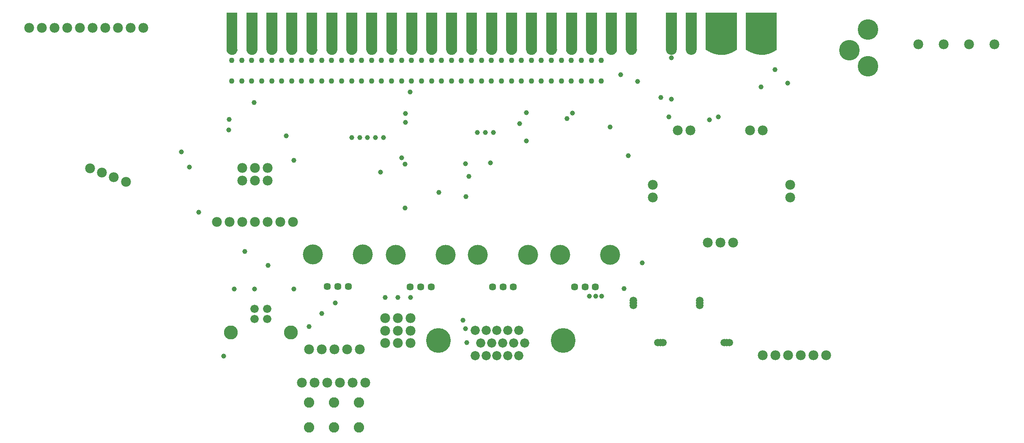
<source format=gbs>
G04 MADE WITH FRITZING*
G04 WWW.FRITZING.ORG*
G04 DOUBLE SIDED*
G04 HOLES PLATED*
G04 CONTOUR ON CENTER OF CONTOUR VECTOR*
%ASAXBY*%
%FSLAX23Y23*%
%MOIN*%
%OFA0B0*%
%SFA1.0B1.0*%
%ADD10C,0.039370*%
%ADD11C,0.078000*%
%ADD12C,0.157480*%
%ADD13C,0.057087*%
%ADD14C,0.066000*%
%ADD15C,0.110000*%
%ADD16C,0.043307*%
%ADD17C,0.086614*%
%ADD18C,0.059065*%
%ADD19C,0.162000*%
%ADD20C,0.082000*%
%ADD21C,0.195385*%
%ADD22C,0.072113*%
%ADD23C,0.000772*%
%ADD24R,0.001000X0.001000*%
%LNMASK0*%
G90*
G70*
G54D10*
X4014Y2448D03*
X6074Y2905D03*
X5157Y2779D03*
X3960Y2586D03*
X4334Y2626D03*
X4818Y2331D03*
X3562Y2169D03*
X3538Y2008D03*
X4893Y2917D03*
X5074Y2791D03*
X2181Y1279D03*
X1873Y1279D03*
X1712Y1279D03*
X1629Y748D03*
G54D11*
X2303Y803D03*
X2403Y803D03*
X2503Y803D03*
X2603Y803D03*
X2703Y803D03*
G54D10*
X2302Y980D03*
X2401Y1086D03*
X2507Y1169D03*
X5459Y2614D03*
X1979Y1464D03*
X1794Y1575D03*
G54D11*
X576Y2232D03*
X669Y2197D03*
X763Y2162D03*
X857Y2126D03*
G54D10*
X1432Y1886D03*
X1357Y2240D03*
X1294Y2362D03*
G54D12*
X2331Y1552D03*
X2725Y1552D03*
G54D13*
X2445Y1299D03*
X2528Y1299D03*
X2611Y1299D03*
G54D12*
X2985Y1549D03*
X3378Y1549D03*
G54D13*
X3099Y1296D03*
X3182Y1296D03*
X3264Y1296D03*
G54D12*
X3633Y1548D03*
X4027Y1548D03*
G54D13*
X3747Y1295D03*
X3830Y1295D03*
X3912Y1295D03*
G54D12*
X4280Y1548D03*
X4674Y1548D03*
G54D13*
X4394Y1295D03*
X4477Y1295D03*
X4559Y1295D03*
G54D11*
X2901Y949D03*
X3001Y949D03*
X3101Y949D03*
X2901Y949D03*
X3001Y949D03*
X3101Y949D03*
X3101Y1049D03*
X3001Y1049D03*
X2901Y1049D03*
G54D10*
X3515Y1031D03*
X2901Y1212D03*
X3003Y1212D03*
X3101Y1212D03*
X4562Y1220D03*
X4511Y1220D03*
X4609Y1220D03*
G54D11*
X2901Y850D03*
X3001Y850D03*
X3101Y850D03*
G54D10*
X4928Y1484D03*
X4786Y1283D03*
X3546Y854D03*
X3534Y964D03*
X2180Y2295D03*
X2121Y2488D03*
X4015Y2673D03*
X4377Y2669D03*
X4676Y2559D03*
G54D11*
X5879Y756D03*
X5979Y756D03*
X6079Y756D03*
X6179Y756D03*
X6279Y756D03*
X6379Y756D03*
X2246Y539D03*
X2346Y539D03*
X2446Y539D03*
X2546Y539D03*
X2646Y539D03*
X2746Y539D03*
G54D14*
X1972Y1121D03*
X1873Y1121D03*
X1873Y1043D03*
X1972Y1043D03*
G54D15*
X2159Y936D03*
X1685Y936D03*
G54D10*
X4759Y2972D03*
X5865Y2874D03*
G54D11*
X5208Y2531D03*
X5308Y2531D03*
X5779Y2531D03*
X5879Y2531D03*
X6094Y2100D03*
X6094Y2000D03*
X5644Y1645D03*
X5444Y1645D03*
X5544Y1645D03*
X5011Y2000D03*
X5011Y2100D03*
G54D10*
X3534Y2268D03*
X3629Y2516D03*
X3692Y2516D03*
X3755Y2516D03*
X3731Y2275D03*
X3062Y2594D03*
X3097Y2834D03*
X3062Y2665D03*
X3058Y2264D03*
X3031Y2315D03*
X2865Y2201D03*
X3326Y2043D03*
X2889Y2476D03*
X2826Y2476D03*
X2763Y2476D03*
X2700Y2476D03*
X2637Y2476D03*
X5527Y2638D03*
X5137Y2638D03*
X5157Y3106D03*
G54D16*
X1692Y2921D03*
X1771Y2921D03*
X1849Y2921D03*
X1928Y2921D03*
X2007Y2921D03*
X2086Y2921D03*
X2164Y2921D03*
X2243Y2921D03*
X2322Y2921D03*
X2401Y2921D03*
X2479Y2921D03*
X2558Y2921D03*
X2637Y2921D03*
X2716Y2921D03*
X2794Y2921D03*
X2873Y2921D03*
X2952Y2921D03*
X3031Y2921D03*
X3109Y2921D03*
X3188Y2921D03*
X3267Y2921D03*
X3346Y2921D03*
X3424Y2921D03*
X3503Y2921D03*
X3582Y2921D03*
X3660Y2921D03*
X3739Y2921D03*
X3818Y2921D03*
X3897Y2921D03*
X3975Y2921D03*
X4054Y2921D03*
X4133Y2921D03*
X4212Y2921D03*
X4290Y2921D03*
X4369Y2921D03*
X4448Y2921D03*
X4527Y2921D03*
X4605Y2921D03*
G54D17*
X5158Y3171D03*
X5315Y3171D03*
X5551Y3171D03*
X5866Y3171D03*
G54D16*
X1692Y3086D03*
X1771Y3086D03*
X1849Y3086D03*
X1928Y3086D03*
X2007Y3086D03*
X2086Y3086D03*
X2164Y3086D03*
X2243Y3086D03*
X2322Y3086D03*
X2401Y3086D03*
X2479Y3086D03*
X2558Y3086D03*
X2637Y3086D03*
X2716Y3086D03*
X2794Y3086D03*
X2873Y3086D03*
X2952Y3086D03*
X3031Y3086D03*
X3109Y3086D03*
X3188Y3086D03*
X3267Y3086D03*
X3346Y3086D03*
X3424Y3086D03*
X3503Y3086D03*
X3582Y3086D03*
X3660Y3086D03*
X3739Y3086D03*
X3818Y3086D03*
X3897Y3086D03*
X3975Y3086D03*
X4054Y3086D03*
X4133Y3086D03*
X4212Y3086D03*
X4290Y3086D03*
X4369Y3086D03*
X4448Y3086D03*
X4527Y3086D03*
X4605Y3086D03*
G54D10*
X5975Y3012D03*
G54D18*
X4857Y1189D03*
X4857Y1149D03*
X4857Y1169D03*
X5091Y854D03*
X5051Y854D03*
X5071Y854D03*
X5381Y1189D03*
X5381Y1149D03*
X5381Y1169D03*
X5614Y854D03*
X5575Y854D03*
X5595Y854D03*
G54D19*
X6708Y3039D03*
X6707Y3327D03*
X6560Y3164D03*
G54D20*
X2694Y382D03*
X2498Y382D03*
X2301Y382D03*
X2694Y186D03*
X2498Y186D03*
X2301Y186D03*
G54D11*
X7706Y3212D03*
X7506Y3212D03*
X7306Y3212D03*
X7106Y3212D03*
X996Y3342D03*
X896Y3342D03*
X796Y3342D03*
X696Y3342D03*
X596Y3342D03*
X496Y3342D03*
X396Y3342D03*
X296Y3342D03*
X196Y3342D03*
X96Y3342D03*
G54D10*
X1869Y2752D03*
X1672Y2618D03*
X1668Y2535D03*
G54D11*
X1576Y1807D03*
X1676Y1807D03*
X1776Y1807D03*
X1876Y1807D03*
X1976Y1807D03*
X2076Y1807D03*
X2176Y1807D03*
G54D21*
X3321Y873D03*
G54D22*
X3611Y753D03*
X3697Y753D03*
X3783Y753D03*
X3869Y753D03*
X3955Y753D03*
X3655Y853D03*
X3741Y853D03*
X3827Y853D03*
X3914Y853D03*
X4000Y853D03*
X3611Y953D03*
X3697Y953D03*
X3783Y953D03*
X3869Y953D03*
X3955Y953D03*
G54D21*
X4305Y873D03*
G54D11*
X1775Y2134D03*
X1875Y2134D03*
X1975Y2134D03*
X1775Y2234D03*
X1875Y2234D03*
X1975Y2234D03*
G54D10*
X3058Y1917D03*
G36*
X1650Y3169D02*
X1650Y3460D01*
X1736Y3460D01*
X1736Y3169D01*
X1650Y3169D01*
G37*
D02*
G36*
X1807Y3169D02*
X1807Y3460D01*
X1894Y3460D01*
X1894Y3169D01*
X1807Y3169D01*
G37*
D02*
G36*
X1965Y3169D02*
X1965Y3460D01*
X2051Y3460D01*
X2051Y3169D01*
X1965Y3169D01*
G37*
D02*
G36*
X2122Y3169D02*
X2122Y3460D01*
X2209Y3460D01*
X2209Y3169D01*
X2122Y3169D01*
G37*
D02*
G36*
X2280Y3169D02*
X2280Y3460D01*
X2366Y3460D01*
X2366Y3169D01*
X2280Y3169D01*
G37*
D02*
G36*
X2437Y3169D02*
X2437Y3460D01*
X2524Y3460D01*
X2524Y3169D01*
X2437Y3169D01*
G37*
D02*
G36*
X2595Y3169D02*
X2595Y3460D01*
X2681Y3460D01*
X2681Y3169D01*
X2595Y3169D01*
G37*
D02*
G36*
X2752Y3169D02*
X2752Y3460D01*
X2839Y3460D01*
X2839Y3169D01*
X2752Y3169D01*
G37*
D02*
G36*
X2910Y3169D02*
X2910Y3460D01*
X2996Y3460D01*
X2996Y3169D01*
X2910Y3169D01*
G37*
D02*
G36*
X3067Y3169D02*
X3067Y3460D01*
X3154Y3460D01*
X3154Y3169D01*
X3067Y3169D01*
G37*
D02*
G36*
X3225Y3169D02*
X3225Y3460D01*
X3311Y3460D01*
X3311Y3169D01*
X3225Y3169D01*
G37*
D02*
G36*
X3382Y3169D02*
X3382Y3460D01*
X3469Y3460D01*
X3469Y3169D01*
X3382Y3169D01*
G37*
D02*
G36*
X3540Y3169D02*
X3540Y3460D01*
X3626Y3460D01*
X3626Y3169D01*
X3540Y3169D01*
G37*
D02*
G36*
X3697Y3169D02*
X3697Y3460D01*
X3784Y3460D01*
X3784Y3169D01*
X3697Y3169D01*
G37*
D02*
G36*
X3855Y3169D02*
X3855Y3460D01*
X3941Y3460D01*
X3941Y3169D01*
X3855Y3169D01*
G37*
D02*
G36*
X4012Y3169D02*
X4012Y3460D01*
X4099Y3460D01*
X4099Y3169D01*
X4012Y3169D01*
G37*
D02*
G36*
X4170Y3169D02*
X4170Y3460D01*
X4256Y3460D01*
X4256Y3169D01*
X4170Y3169D01*
G37*
D02*
G36*
X4327Y3169D02*
X4327Y3460D01*
X4414Y3460D01*
X4414Y3169D01*
X4327Y3169D01*
G37*
D02*
G36*
X4484Y3169D02*
X4484Y3460D01*
X4571Y3460D01*
X4571Y3169D01*
X4484Y3169D01*
G37*
D02*
G36*
X4642Y3169D02*
X4642Y3460D01*
X4729Y3460D01*
X4729Y3169D01*
X4642Y3169D01*
G37*
D02*
G36*
X4799Y3169D02*
X4799Y3460D01*
X4886Y3460D01*
X4886Y3169D01*
X4799Y3169D01*
G37*
D02*
G36*
X5114Y3169D02*
X5114Y3460D01*
X5201Y3460D01*
X5201Y3169D01*
X5114Y3169D01*
G37*
D02*
G36*
X5272Y3169D02*
X5272Y3460D01*
X5358Y3460D01*
X5358Y3169D01*
X5272Y3169D01*
G37*
D02*
G36*
X5429Y3169D02*
X5429Y3460D01*
X5673Y3460D01*
X5673Y3169D01*
X5429Y3169D01*
G37*
D02*
G36*
X5744Y3169D02*
X5744Y3460D01*
X5988Y3460D01*
X5988Y3169D01*
X5744Y3169D01*
G37*
D02*
G54D23*
G36*
X1650Y3240D02*
X1736Y3240D01*
X1736Y3164D01*
X1650Y3164D01*
X1650Y3240D01*
G37*
D02*
G36*
X1807Y3240D02*
X1894Y3240D01*
X1894Y3164D01*
X1807Y3164D01*
X1807Y3240D01*
G37*
D02*
G36*
X1965Y3240D02*
X2051Y3240D01*
X2051Y3164D01*
X1965Y3164D01*
X1965Y3240D01*
G37*
D02*
G36*
X2122Y3240D02*
X2209Y3240D01*
X2209Y3164D01*
X2122Y3164D01*
X2122Y3240D01*
G37*
D02*
G36*
X2280Y3240D02*
X2366Y3240D01*
X2366Y3164D01*
X2280Y3164D01*
X2280Y3240D01*
G37*
D02*
G36*
X2437Y3240D02*
X2524Y3240D01*
X2524Y3164D01*
X2437Y3164D01*
X2437Y3240D01*
G37*
D02*
G36*
X2595Y3240D02*
X2681Y3240D01*
X2681Y3164D01*
X2595Y3164D01*
X2595Y3240D01*
G37*
D02*
G36*
X2752Y3240D02*
X2839Y3240D01*
X2839Y3164D01*
X2752Y3164D01*
X2752Y3240D01*
G37*
D02*
G36*
X2910Y3240D02*
X2996Y3240D01*
X2996Y3164D01*
X2910Y3164D01*
X2910Y3240D01*
G37*
D02*
G36*
X3067Y3240D02*
X3154Y3240D01*
X3154Y3164D01*
X3067Y3164D01*
X3067Y3240D01*
G37*
D02*
G36*
X3225Y3240D02*
X3311Y3240D01*
X3311Y3164D01*
X3225Y3164D01*
X3225Y3240D01*
G37*
D02*
G36*
X3382Y3240D02*
X3469Y3240D01*
X3469Y3164D01*
X3382Y3164D01*
X3382Y3240D01*
G37*
D02*
G36*
X3540Y3240D02*
X3626Y3240D01*
X3626Y3164D01*
X3540Y3164D01*
X3540Y3240D01*
G37*
D02*
G36*
X3697Y3240D02*
X3784Y3240D01*
X3784Y3164D01*
X3697Y3164D01*
X3697Y3240D01*
G37*
D02*
G36*
X3855Y3240D02*
X3941Y3240D01*
X3941Y3164D01*
X3855Y3164D01*
X3855Y3240D01*
G37*
D02*
G36*
X4012Y3240D02*
X4099Y3240D01*
X4099Y3164D01*
X4012Y3164D01*
X4012Y3240D01*
G37*
D02*
G36*
X4170Y3240D02*
X4256Y3240D01*
X4256Y3164D01*
X4170Y3164D01*
X4170Y3240D01*
G37*
D02*
G36*
X4327Y3240D02*
X4414Y3240D01*
X4414Y3164D01*
X4327Y3164D01*
X4327Y3240D01*
G37*
D02*
G36*
X4484Y3240D02*
X4571Y3240D01*
X4571Y3164D01*
X4484Y3164D01*
X4484Y3240D01*
G37*
D02*
G36*
X4642Y3240D02*
X4729Y3240D01*
X4729Y3164D01*
X4642Y3164D01*
X4642Y3240D01*
G37*
D02*
G36*
X4799Y3240D02*
X4886Y3240D01*
X4886Y3164D01*
X4799Y3164D01*
X4799Y3240D01*
G37*
D02*
G54D24*
X5430Y3460D02*
X5673Y3460D01*
X5745Y3460D02*
X5988Y3460D01*
X5430Y3459D02*
X5673Y3459D01*
X5745Y3459D02*
X5988Y3459D01*
X5430Y3458D02*
X5673Y3458D01*
X5745Y3458D02*
X5988Y3458D01*
X5430Y3457D02*
X5673Y3457D01*
X5745Y3457D02*
X5988Y3457D01*
X5430Y3456D02*
X5673Y3456D01*
X5745Y3456D02*
X5988Y3456D01*
X5430Y3455D02*
X5673Y3455D01*
X5745Y3455D02*
X5988Y3455D01*
X5430Y3454D02*
X5673Y3454D01*
X5745Y3454D02*
X5988Y3454D01*
X5430Y3453D02*
X5673Y3453D01*
X5745Y3453D02*
X5988Y3453D01*
X5430Y3452D02*
X5673Y3452D01*
X5745Y3452D02*
X5988Y3452D01*
X5430Y3451D02*
X5673Y3451D01*
X5745Y3451D02*
X5988Y3451D01*
X5430Y3450D02*
X5673Y3450D01*
X5745Y3450D02*
X5988Y3450D01*
X5430Y3449D02*
X5673Y3449D01*
X5745Y3449D02*
X5988Y3449D01*
X5430Y3448D02*
X5673Y3448D01*
X5745Y3448D02*
X5988Y3448D01*
X5430Y3447D02*
X5673Y3447D01*
X5745Y3447D02*
X5988Y3447D01*
X5430Y3446D02*
X5673Y3446D01*
X5745Y3446D02*
X5988Y3446D01*
X5430Y3445D02*
X5673Y3445D01*
X5745Y3445D02*
X5988Y3445D01*
X5430Y3444D02*
X5673Y3444D01*
X5745Y3444D02*
X5988Y3444D01*
X5430Y3443D02*
X5673Y3443D01*
X5745Y3443D02*
X5988Y3443D01*
X5430Y3442D02*
X5673Y3442D01*
X5745Y3442D02*
X5988Y3442D01*
X5430Y3441D02*
X5673Y3441D01*
X5745Y3441D02*
X5988Y3441D01*
X5430Y3440D02*
X5673Y3440D01*
X5745Y3440D02*
X5988Y3440D01*
X5430Y3439D02*
X5673Y3439D01*
X5745Y3439D02*
X5988Y3439D01*
X5430Y3438D02*
X5673Y3438D01*
X5745Y3438D02*
X5988Y3438D01*
X5430Y3437D02*
X5673Y3437D01*
X5745Y3437D02*
X5988Y3437D01*
X5430Y3436D02*
X5673Y3436D01*
X5745Y3436D02*
X5988Y3436D01*
X5430Y3435D02*
X5673Y3435D01*
X5745Y3435D02*
X5988Y3435D01*
X5430Y3434D02*
X5673Y3434D01*
X5745Y3434D02*
X5988Y3434D01*
X5430Y3433D02*
X5673Y3433D01*
X5745Y3433D02*
X5988Y3433D01*
X5430Y3432D02*
X5673Y3432D01*
X5745Y3432D02*
X5988Y3432D01*
X5430Y3431D02*
X5673Y3431D01*
X5745Y3431D02*
X5988Y3431D01*
X5430Y3430D02*
X5673Y3430D01*
X5745Y3430D02*
X5988Y3430D01*
X5430Y3429D02*
X5673Y3429D01*
X5745Y3429D02*
X5988Y3429D01*
X5430Y3428D02*
X5673Y3428D01*
X5745Y3428D02*
X5988Y3428D01*
X5430Y3427D02*
X5673Y3427D01*
X5745Y3427D02*
X5988Y3427D01*
X5430Y3426D02*
X5673Y3426D01*
X5745Y3426D02*
X5988Y3426D01*
X5430Y3425D02*
X5673Y3425D01*
X5745Y3425D02*
X5988Y3425D01*
X5430Y3424D02*
X5673Y3424D01*
X5745Y3424D02*
X5988Y3424D01*
X5430Y3423D02*
X5673Y3423D01*
X5745Y3423D02*
X5988Y3423D01*
X5430Y3422D02*
X5673Y3422D01*
X5745Y3422D02*
X5988Y3422D01*
X5430Y3421D02*
X5673Y3421D01*
X5745Y3421D02*
X5988Y3421D01*
X5430Y3420D02*
X5673Y3420D01*
X5745Y3420D02*
X5988Y3420D01*
X5430Y3419D02*
X5673Y3419D01*
X5745Y3419D02*
X5988Y3419D01*
X5430Y3418D02*
X5673Y3418D01*
X5745Y3418D02*
X5988Y3418D01*
X5430Y3417D02*
X5673Y3417D01*
X5745Y3417D02*
X5988Y3417D01*
X5430Y3416D02*
X5673Y3416D01*
X5745Y3416D02*
X5988Y3416D01*
X5430Y3415D02*
X5673Y3415D01*
X5745Y3415D02*
X5988Y3415D01*
X5430Y3414D02*
X5673Y3414D01*
X5745Y3414D02*
X5988Y3414D01*
X5430Y3413D02*
X5673Y3413D01*
X5745Y3413D02*
X5988Y3413D01*
X5430Y3412D02*
X5673Y3412D01*
X5745Y3412D02*
X5988Y3412D01*
X5430Y3411D02*
X5673Y3411D01*
X5745Y3411D02*
X5988Y3411D01*
X5430Y3410D02*
X5673Y3410D01*
X5745Y3410D02*
X5988Y3410D01*
X5430Y3409D02*
X5673Y3409D01*
X5745Y3409D02*
X5988Y3409D01*
X5430Y3408D02*
X5673Y3408D01*
X5745Y3408D02*
X5988Y3408D01*
X5430Y3407D02*
X5673Y3407D01*
X5745Y3407D02*
X5988Y3407D01*
X5430Y3406D02*
X5673Y3406D01*
X5745Y3406D02*
X5988Y3406D01*
X5430Y3405D02*
X5673Y3405D01*
X5745Y3405D02*
X5988Y3405D01*
X5430Y3404D02*
X5673Y3404D01*
X5745Y3404D02*
X5988Y3404D01*
X5430Y3403D02*
X5673Y3403D01*
X5745Y3403D02*
X5988Y3403D01*
X5430Y3402D02*
X5673Y3402D01*
X5745Y3402D02*
X5988Y3402D01*
X5430Y3401D02*
X5673Y3401D01*
X5745Y3401D02*
X5988Y3401D01*
X5430Y3400D02*
X5673Y3400D01*
X5745Y3400D02*
X5988Y3400D01*
X5430Y3399D02*
X5673Y3399D01*
X5745Y3399D02*
X5988Y3399D01*
X5430Y3398D02*
X5673Y3398D01*
X5745Y3398D02*
X5988Y3398D01*
X5430Y3397D02*
X5673Y3397D01*
X5745Y3397D02*
X5988Y3397D01*
X5430Y3396D02*
X5673Y3396D01*
X5745Y3396D02*
X5988Y3396D01*
X5430Y3395D02*
X5673Y3395D01*
X5745Y3395D02*
X5988Y3395D01*
X5430Y3394D02*
X5673Y3394D01*
X5745Y3394D02*
X5988Y3394D01*
X5430Y3393D02*
X5673Y3393D01*
X5745Y3393D02*
X5988Y3393D01*
X5430Y3392D02*
X5673Y3392D01*
X5745Y3392D02*
X5988Y3392D01*
X5430Y3391D02*
X5673Y3391D01*
X5745Y3391D02*
X5988Y3391D01*
X5430Y3390D02*
X5673Y3390D01*
X5745Y3390D02*
X5988Y3390D01*
X5430Y3389D02*
X5673Y3389D01*
X5745Y3389D02*
X5988Y3389D01*
X5430Y3388D02*
X5673Y3388D01*
X5745Y3388D02*
X5988Y3388D01*
X5430Y3387D02*
X5673Y3387D01*
X5745Y3387D02*
X5988Y3387D01*
X5430Y3386D02*
X5673Y3386D01*
X5745Y3386D02*
X5988Y3386D01*
X5430Y3385D02*
X5673Y3385D01*
X5745Y3385D02*
X5988Y3385D01*
X5430Y3384D02*
X5673Y3384D01*
X5745Y3384D02*
X5988Y3384D01*
X5430Y3383D02*
X5673Y3383D01*
X5745Y3383D02*
X5988Y3383D01*
X5430Y3382D02*
X5673Y3382D01*
X5745Y3382D02*
X5988Y3382D01*
X5430Y3381D02*
X5673Y3381D01*
X5745Y3381D02*
X5988Y3381D01*
X5430Y3380D02*
X5673Y3380D01*
X5745Y3380D02*
X5988Y3380D01*
X5430Y3379D02*
X5673Y3379D01*
X5745Y3379D02*
X5988Y3379D01*
X5430Y3378D02*
X5673Y3378D01*
X5745Y3378D02*
X5988Y3378D01*
X5430Y3377D02*
X5673Y3377D01*
X5745Y3377D02*
X5988Y3377D01*
X5430Y3376D02*
X5673Y3376D01*
X5745Y3376D02*
X5988Y3376D01*
X5430Y3375D02*
X5673Y3375D01*
X5745Y3375D02*
X5988Y3375D01*
X5430Y3374D02*
X5673Y3374D01*
X5745Y3374D02*
X5988Y3374D01*
X5430Y3373D02*
X5673Y3373D01*
X5745Y3373D02*
X5988Y3373D01*
X5430Y3372D02*
X5673Y3372D01*
X5745Y3372D02*
X5988Y3372D01*
X5430Y3371D02*
X5673Y3371D01*
X5745Y3371D02*
X5988Y3371D01*
X5430Y3370D02*
X5673Y3370D01*
X5745Y3370D02*
X5988Y3370D01*
X5430Y3369D02*
X5673Y3369D01*
X5745Y3369D02*
X5988Y3369D01*
X5430Y3368D02*
X5673Y3368D01*
X5745Y3368D02*
X5988Y3368D01*
X5430Y3367D02*
X5673Y3367D01*
X5745Y3367D02*
X5988Y3367D01*
X5430Y3366D02*
X5673Y3366D01*
X5745Y3366D02*
X5988Y3366D01*
X5430Y3365D02*
X5673Y3365D01*
X5745Y3365D02*
X5988Y3365D01*
X5430Y3364D02*
X5673Y3364D01*
X5745Y3364D02*
X5988Y3364D01*
X5430Y3363D02*
X5673Y3363D01*
X5745Y3363D02*
X5988Y3363D01*
X5430Y3362D02*
X5673Y3362D01*
X5745Y3362D02*
X5988Y3362D01*
X5430Y3361D02*
X5673Y3361D01*
X5745Y3361D02*
X5988Y3361D01*
X5430Y3360D02*
X5673Y3360D01*
X5745Y3360D02*
X5988Y3360D01*
X5430Y3359D02*
X5673Y3359D01*
X5745Y3359D02*
X5988Y3359D01*
X5430Y3358D02*
X5673Y3358D01*
X5745Y3358D02*
X5988Y3358D01*
X5430Y3357D02*
X5673Y3357D01*
X5745Y3357D02*
X5988Y3357D01*
X5430Y3356D02*
X5673Y3356D01*
X5745Y3356D02*
X5988Y3356D01*
X5430Y3355D02*
X5673Y3355D01*
X5745Y3355D02*
X5988Y3355D01*
X5430Y3354D02*
X5673Y3354D01*
X5745Y3354D02*
X5988Y3354D01*
X5430Y3353D02*
X5673Y3353D01*
X5745Y3353D02*
X5988Y3353D01*
X5430Y3352D02*
X5673Y3352D01*
X5745Y3352D02*
X5988Y3352D01*
X5430Y3351D02*
X5673Y3351D01*
X5745Y3351D02*
X5988Y3351D01*
X5430Y3350D02*
X5673Y3350D01*
X5745Y3350D02*
X5988Y3350D01*
X5430Y3349D02*
X5673Y3349D01*
X5745Y3349D02*
X5988Y3349D01*
X5430Y3348D02*
X5673Y3348D01*
X5745Y3348D02*
X5988Y3348D01*
X5430Y3347D02*
X5673Y3347D01*
X5745Y3347D02*
X5988Y3347D01*
X5430Y3346D02*
X5673Y3346D01*
X5745Y3346D02*
X5988Y3346D01*
X5430Y3345D02*
X5673Y3345D01*
X5745Y3345D02*
X5988Y3345D01*
X5430Y3344D02*
X5673Y3344D01*
X5745Y3344D02*
X5988Y3344D01*
X5430Y3343D02*
X5673Y3343D01*
X5745Y3343D02*
X5988Y3343D01*
X5430Y3342D02*
X5673Y3342D01*
X5745Y3342D02*
X5988Y3342D01*
X5430Y3341D02*
X5673Y3341D01*
X5745Y3341D02*
X5988Y3341D01*
X5430Y3340D02*
X5673Y3340D01*
X5745Y3340D02*
X5988Y3340D01*
X5430Y3339D02*
X5673Y3339D01*
X5745Y3339D02*
X5988Y3339D01*
X5430Y3338D02*
X5673Y3338D01*
X5745Y3338D02*
X5988Y3338D01*
X5430Y3337D02*
X5673Y3337D01*
X5745Y3337D02*
X5988Y3337D01*
X5430Y3336D02*
X5673Y3336D01*
X5745Y3336D02*
X5988Y3336D01*
X5430Y3335D02*
X5673Y3335D01*
X5745Y3335D02*
X5988Y3335D01*
X5430Y3334D02*
X5673Y3334D01*
X5745Y3334D02*
X5988Y3334D01*
X5430Y3333D02*
X5673Y3333D01*
X5745Y3333D02*
X5988Y3333D01*
X5430Y3332D02*
X5673Y3332D01*
X5745Y3332D02*
X5988Y3332D01*
X5430Y3331D02*
X5673Y3331D01*
X5745Y3331D02*
X5988Y3331D01*
X5430Y3330D02*
X5673Y3330D01*
X5745Y3330D02*
X5988Y3330D01*
X5430Y3329D02*
X5673Y3329D01*
X5745Y3329D02*
X5988Y3329D01*
X5430Y3328D02*
X5673Y3328D01*
X5745Y3328D02*
X5988Y3328D01*
X5430Y3327D02*
X5673Y3327D01*
X5745Y3327D02*
X5988Y3327D01*
X5430Y3326D02*
X5673Y3326D01*
X5745Y3326D02*
X5988Y3326D01*
X5430Y3325D02*
X5673Y3325D01*
X5745Y3325D02*
X5988Y3325D01*
X5430Y3324D02*
X5673Y3324D01*
X5745Y3324D02*
X5988Y3324D01*
X5430Y3323D02*
X5673Y3323D01*
X5745Y3323D02*
X5988Y3323D01*
X5430Y3322D02*
X5673Y3322D01*
X5745Y3322D02*
X5988Y3322D01*
X5430Y3321D02*
X5673Y3321D01*
X5745Y3321D02*
X5988Y3321D01*
X5430Y3320D02*
X5673Y3320D01*
X5745Y3320D02*
X5988Y3320D01*
X5430Y3319D02*
X5673Y3319D01*
X5745Y3319D02*
X5988Y3319D01*
X5430Y3318D02*
X5673Y3318D01*
X5745Y3318D02*
X5988Y3318D01*
X5430Y3317D02*
X5673Y3317D01*
X5745Y3317D02*
X5988Y3317D01*
X5430Y3316D02*
X5673Y3316D01*
X5745Y3316D02*
X5988Y3316D01*
X5430Y3315D02*
X5673Y3315D01*
X5745Y3315D02*
X5988Y3315D01*
X5430Y3314D02*
X5673Y3314D01*
X5745Y3314D02*
X5988Y3314D01*
X5430Y3313D02*
X5673Y3313D01*
X5745Y3313D02*
X5988Y3313D01*
X5430Y3312D02*
X5673Y3312D01*
X5745Y3312D02*
X5988Y3312D01*
X5430Y3311D02*
X5673Y3311D01*
X5745Y3311D02*
X5988Y3311D01*
X5430Y3310D02*
X5673Y3310D01*
X5745Y3310D02*
X5988Y3310D01*
X5430Y3309D02*
X5673Y3309D01*
X5745Y3309D02*
X5988Y3309D01*
X5430Y3308D02*
X5673Y3308D01*
X5745Y3308D02*
X5988Y3308D01*
X5430Y3307D02*
X5673Y3307D01*
X5745Y3307D02*
X5988Y3307D01*
X5430Y3306D02*
X5673Y3306D01*
X5745Y3306D02*
X5988Y3306D01*
X5430Y3305D02*
X5673Y3305D01*
X5745Y3305D02*
X5988Y3305D01*
X5430Y3304D02*
X5673Y3304D01*
X5745Y3304D02*
X5988Y3304D01*
X5430Y3303D02*
X5673Y3303D01*
X5745Y3303D02*
X5988Y3303D01*
X5430Y3302D02*
X5673Y3302D01*
X5745Y3302D02*
X5988Y3302D01*
X5430Y3301D02*
X5673Y3301D01*
X5745Y3301D02*
X5988Y3301D01*
X5430Y3300D02*
X5673Y3300D01*
X5745Y3300D02*
X5988Y3300D01*
X5430Y3299D02*
X5673Y3299D01*
X5745Y3299D02*
X5988Y3299D01*
X5430Y3298D02*
X5673Y3298D01*
X5745Y3298D02*
X5988Y3298D01*
X5430Y3297D02*
X5673Y3297D01*
X5745Y3297D02*
X5988Y3297D01*
X5430Y3296D02*
X5673Y3296D01*
X5745Y3296D02*
X5988Y3296D01*
X5430Y3295D02*
X5673Y3295D01*
X5745Y3295D02*
X5988Y3295D01*
X5430Y3294D02*
X5673Y3294D01*
X5745Y3294D02*
X5988Y3294D01*
X5430Y3293D02*
X5673Y3293D01*
X5745Y3293D02*
X5988Y3293D01*
X5430Y3292D02*
X5673Y3292D01*
X5745Y3292D02*
X5988Y3292D01*
X5430Y3291D02*
X5673Y3291D01*
X5745Y3291D02*
X5988Y3291D01*
X5430Y3290D02*
X5673Y3290D01*
X5745Y3290D02*
X5988Y3290D01*
X5430Y3289D02*
X5673Y3289D01*
X5745Y3289D02*
X5988Y3289D01*
X5430Y3288D02*
X5673Y3288D01*
X5745Y3288D02*
X5988Y3288D01*
X5430Y3287D02*
X5673Y3287D01*
X5745Y3287D02*
X5988Y3287D01*
X5430Y3286D02*
X5673Y3286D01*
X5745Y3286D02*
X5988Y3286D01*
X5430Y3285D02*
X5673Y3285D01*
X5745Y3285D02*
X5988Y3285D01*
X5430Y3284D02*
X5673Y3284D01*
X5745Y3284D02*
X5988Y3284D01*
X5430Y3283D02*
X5673Y3283D01*
X5745Y3283D02*
X5988Y3283D01*
X5430Y3282D02*
X5673Y3282D01*
X5745Y3282D02*
X5988Y3282D01*
X5430Y3281D02*
X5673Y3281D01*
X5745Y3281D02*
X5988Y3281D01*
X5430Y3280D02*
X5673Y3280D01*
X5745Y3280D02*
X5988Y3280D01*
X5430Y3279D02*
X5673Y3279D01*
X5745Y3279D02*
X5988Y3279D01*
X5430Y3278D02*
X5673Y3278D01*
X5745Y3278D02*
X5988Y3278D01*
X5430Y3277D02*
X5673Y3277D01*
X5745Y3277D02*
X5988Y3277D01*
X5430Y3276D02*
X5673Y3276D01*
X5745Y3276D02*
X5988Y3276D01*
X5430Y3275D02*
X5673Y3275D01*
X5745Y3275D02*
X5988Y3275D01*
X5430Y3274D02*
X5673Y3274D01*
X5745Y3274D02*
X5988Y3274D01*
X5430Y3273D02*
X5673Y3273D01*
X5745Y3273D02*
X5988Y3273D01*
X5430Y3272D02*
X5673Y3272D01*
X5745Y3272D02*
X5988Y3272D01*
X5430Y3271D02*
X5673Y3271D01*
X5745Y3271D02*
X5988Y3271D01*
X5430Y3270D02*
X5673Y3270D01*
X5745Y3270D02*
X5988Y3270D01*
X5430Y3269D02*
X5673Y3269D01*
X5745Y3269D02*
X5988Y3269D01*
X5430Y3268D02*
X5673Y3268D01*
X5745Y3268D02*
X5988Y3268D01*
X5430Y3267D02*
X5673Y3267D01*
X5745Y3267D02*
X5988Y3267D01*
X5430Y3266D02*
X5673Y3266D01*
X5745Y3266D02*
X5988Y3266D01*
X5430Y3265D02*
X5673Y3265D01*
X5745Y3265D02*
X5988Y3265D01*
X5430Y3264D02*
X5673Y3264D01*
X5745Y3264D02*
X5988Y3264D01*
X5430Y3263D02*
X5673Y3263D01*
X5745Y3263D02*
X5988Y3263D01*
X5430Y3262D02*
X5673Y3262D01*
X5745Y3262D02*
X5988Y3262D01*
X5430Y3261D02*
X5673Y3261D01*
X5745Y3261D02*
X5988Y3261D01*
X5430Y3260D02*
X5673Y3260D01*
X5745Y3260D02*
X5988Y3260D01*
X5430Y3259D02*
X5673Y3259D01*
X5745Y3259D02*
X5988Y3259D01*
X5430Y3258D02*
X5673Y3258D01*
X5745Y3258D02*
X5988Y3258D01*
X5430Y3257D02*
X5673Y3257D01*
X5745Y3257D02*
X5988Y3257D01*
X5430Y3256D02*
X5673Y3256D01*
X5745Y3256D02*
X5988Y3256D01*
X5430Y3255D02*
X5673Y3255D01*
X5745Y3255D02*
X5988Y3255D01*
X5430Y3254D02*
X5673Y3254D01*
X5745Y3254D02*
X5988Y3254D01*
X5430Y3253D02*
X5673Y3253D01*
X5745Y3253D02*
X5988Y3253D01*
X5430Y3252D02*
X5673Y3252D01*
X5745Y3252D02*
X5988Y3252D01*
X5430Y3251D02*
X5673Y3251D01*
X5745Y3251D02*
X5988Y3251D01*
X5430Y3250D02*
X5673Y3250D01*
X5745Y3250D02*
X5988Y3250D01*
X5430Y3249D02*
X5673Y3249D01*
X5745Y3249D02*
X5988Y3249D01*
X5430Y3248D02*
X5673Y3248D01*
X5745Y3248D02*
X5988Y3248D01*
X5430Y3247D02*
X5673Y3247D01*
X5745Y3247D02*
X5988Y3247D01*
X5430Y3246D02*
X5673Y3246D01*
X5745Y3246D02*
X5988Y3246D01*
X5430Y3245D02*
X5673Y3245D01*
X5745Y3245D02*
X5988Y3245D01*
X5430Y3244D02*
X5673Y3244D01*
X5745Y3244D02*
X5988Y3244D01*
X5430Y3243D02*
X5673Y3243D01*
X5745Y3243D02*
X5988Y3243D01*
X5430Y3242D02*
X5673Y3242D01*
X5745Y3242D02*
X5988Y3242D01*
X5430Y3241D02*
X5673Y3241D01*
X5745Y3241D02*
X5988Y3241D01*
X5430Y3240D02*
X5673Y3240D01*
X5745Y3240D02*
X5988Y3240D01*
X5430Y3239D02*
X5673Y3239D01*
X5745Y3239D02*
X5988Y3239D01*
X5430Y3238D02*
X5673Y3238D01*
X5745Y3238D02*
X5988Y3238D01*
X5430Y3237D02*
X5673Y3237D01*
X5745Y3237D02*
X5988Y3237D01*
X5430Y3236D02*
X5673Y3236D01*
X5745Y3236D02*
X5988Y3236D01*
X5430Y3235D02*
X5673Y3235D01*
X5745Y3235D02*
X5988Y3235D01*
X5430Y3234D02*
X5673Y3234D01*
X5745Y3234D02*
X5988Y3234D01*
X5430Y3233D02*
X5673Y3233D01*
X5745Y3233D02*
X5988Y3233D01*
X5430Y3232D02*
X5673Y3232D01*
X5745Y3232D02*
X5988Y3232D01*
X5430Y3231D02*
X5673Y3231D01*
X5745Y3231D02*
X5988Y3231D01*
X5430Y3230D02*
X5673Y3230D01*
X5745Y3230D02*
X5988Y3230D01*
X5430Y3229D02*
X5673Y3229D01*
X5745Y3229D02*
X5988Y3229D01*
X5430Y3228D02*
X5673Y3228D01*
X5745Y3228D02*
X5988Y3228D01*
X5430Y3227D02*
X5673Y3227D01*
X5745Y3227D02*
X5988Y3227D01*
X5430Y3226D02*
X5673Y3226D01*
X5745Y3226D02*
X5988Y3226D01*
X5430Y3225D02*
X5673Y3225D01*
X5745Y3225D02*
X5988Y3225D01*
X5430Y3224D02*
X5673Y3224D01*
X5745Y3224D02*
X5988Y3224D01*
X5430Y3223D02*
X5673Y3223D01*
X5745Y3223D02*
X5988Y3223D01*
X5430Y3222D02*
X5673Y3222D01*
X5745Y3222D02*
X5988Y3222D01*
X5430Y3221D02*
X5673Y3221D01*
X5745Y3221D02*
X5988Y3221D01*
X5430Y3220D02*
X5673Y3220D01*
X5745Y3220D02*
X5988Y3220D01*
X5430Y3219D02*
X5673Y3219D01*
X5745Y3219D02*
X5988Y3219D01*
X5430Y3218D02*
X5673Y3218D01*
X5745Y3218D02*
X5988Y3218D01*
X5430Y3217D02*
X5673Y3217D01*
X5745Y3217D02*
X5988Y3217D01*
X5430Y3216D02*
X5673Y3216D01*
X5745Y3216D02*
X5988Y3216D01*
X5430Y3215D02*
X5673Y3215D01*
X5745Y3215D02*
X5988Y3215D01*
X5430Y3214D02*
X5673Y3214D01*
X5745Y3214D02*
X5988Y3214D01*
X5430Y3213D02*
X5673Y3213D01*
X5745Y3213D02*
X5988Y3213D01*
X5430Y3212D02*
X5673Y3212D01*
X5745Y3212D02*
X5988Y3212D01*
X5430Y3211D02*
X5673Y3211D01*
X5745Y3211D02*
X5988Y3211D01*
X5430Y3210D02*
X5673Y3210D01*
X5745Y3210D02*
X5988Y3210D01*
X5430Y3209D02*
X5673Y3209D01*
X5745Y3209D02*
X5988Y3209D01*
X5430Y3208D02*
X5673Y3208D01*
X5745Y3208D02*
X5988Y3208D01*
X5430Y3207D02*
X5673Y3207D01*
X5745Y3207D02*
X5988Y3207D01*
X5430Y3206D02*
X5673Y3206D01*
X5745Y3206D02*
X5988Y3206D01*
X5430Y3205D02*
X5673Y3205D01*
X5745Y3205D02*
X5988Y3205D01*
X5430Y3204D02*
X5673Y3204D01*
X5745Y3204D02*
X5988Y3204D01*
X5430Y3203D02*
X5673Y3203D01*
X5745Y3203D02*
X5988Y3203D01*
X5430Y3202D02*
X5673Y3202D01*
X5745Y3202D02*
X5988Y3202D01*
X5430Y3201D02*
X5673Y3201D01*
X5745Y3201D02*
X5988Y3201D01*
X5430Y3200D02*
X5673Y3200D01*
X5745Y3200D02*
X5988Y3200D01*
X5430Y3199D02*
X5673Y3199D01*
X5745Y3199D02*
X5988Y3199D01*
X5430Y3198D02*
X5673Y3198D01*
X5745Y3198D02*
X5988Y3198D01*
X5430Y3197D02*
X5673Y3197D01*
X5745Y3197D02*
X5988Y3197D01*
X5430Y3196D02*
X5673Y3196D01*
X5745Y3196D02*
X5988Y3196D01*
X5430Y3195D02*
X5673Y3195D01*
X5745Y3195D02*
X5988Y3195D01*
X5430Y3194D02*
X5673Y3194D01*
X5745Y3194D02*
X5988Y3194D01*
X5430Y3193D02*
X5673Y3193D01*
X5745Y3193D02*
X5988Y3193D01*
X5430Y3192D02*
X5673Y3192D01*
X5745Y3192D02*
X5988Y3192D01*
X5430Y3191D02*
X5673Y3191D01*
X5745Y3191D02*
X5988Y3191D01*
X5430Y3190D02*
X5673Y3190D01*
X5745Y3190D02*
X5988Y3190D01*
X5430Y3189D02*
X5673Y3189D01*
X5745Y3189D02*
X5988Y3189D01*
X5430Y3188D02*
X5673Y3188D01*
X5745Y3188D02*
X5988Y3188D01*
X5430Y3187D02*
X5673Y3187D01*
X5745Y3187D02*
X5988Y3187D01*
X5430Y3186D02*
X5673Y3186D01*
X5745Y3186D02*
X5988Y3186D01*
X5430Y3185D02*
X5673Y3185D01*
X5745Y3185D02*
X5988Y3185D01*
X5430Y3184D02*
X5673Y3184D01*
X5745Y3184D02*
X5988Y3184D01*
X5430Y3183D02*
X5673Y3183D01*
X5745Y3183D02*
X5988Y3183D01*
X5430Y3182D02*
X5673Y3182D01*
X5745Y3182D02*
X5988Y3182D01*
X5430Y3181D02*
X5673Y3181D01*
X5745Y3181D02*
X5988Y3181D01*
X5430Y3180D02*
X5673Y3180D01*
X5745Y3180D02*
X5988Y3180D01*
X5430Y3179D02*
X5673Y3179D01*
X5745Y3179D02*
X5988Y3179D01*
X5430Y3178D02*
X5673Y3178D01*
X5745Y3178D02*
X5988Y3178D01*
X5430Y3177D02*
X5673Y3177D01*
X5745Y3177D02*
X5988Y3177D01*
X5430Y3176D02*
X5673Y3176D01*
X5745Y3176D02*
X5988Y3176D01*
X5430Y3175D02*
X5673Y3175D01*
X5745Y3175D02*
X5988Y3175D01*
X5430Y3174D02*
X5673Y3174D01*
X5745Y3174D02*
X5988Y3174D01*
X5430Y3173D02*
X5673Y3173D01*
X5745Y3173D02*
X5988Y3173D01*
X5430Y3172D02*
X5673Y3172D01*
X5745Y3172D02*
X5988Y3172D01*
X1651Y3171D02*
X1736Y3171D01*
X1809Y3171D02*
X1894Y3171D01*
X1966Y3171D02*
X2051Y3171D01*
X2124Y3171D02*
X2209Y3171D01*
X2281Y3171D02*
X2366Y3171D01*
X2439Y3171D02*
X2524Y3171D01*
X2596Y3171D02*
X2681Y3171D01*
X2753Y3171D02*
X2839Y3171D01*
X2911Y3171D02*
X2996Y3171D01*
X3068Y3171D02*
X3153Y3171D01*
X3226Y3171D02*
X3311Y3171D01*
X3383Y3171D02*
X3468Y3171D01*
X3541Y3171D02*
X3626Y3171D01*
X3698Y3171D02*
X3783Y3171D01*
X3856Y3171D02*
X3941Y3171D01*
X4013Y3171D02*
X4098Y3171D01*
X4171Y3171D02*
X4256Y3171D01*
X4328Y3171D02*
X4413Y3171D01*
X4486Y3171D02*
X4571Y3171D01*
X4643Y3171D02*
X4728Y3171D01*
X4801Y3171D02*
X4886Y3171D01*
X5430Y3171D02*
X5673Y3171D01*
X5745Y3171D02*
X5988Y3171D01*
X1651Y3170D02*
X1736Y3170D01*
X1808Y3170D02*
X1894Y3170D01*
X1966Y3170D02*
X2051Y3170D01*
X2123Y3170D02*
X2209Y3170D01*
X2281Y3170D02*
X2366Y3170D01*
X2438Y3170D02*
X2524Y3170D01*
X2596Y3170D02*
X2681Y3170D01*
X2753Y3170D02*
X2839Y3170D01*
X2911Y3170D02*
X2996Y3170D01*
X3068Y3170D02*
X3154Y3170D01*
X3226Y3170D02*
X3311Y3170D01*
X3383Y3170D02*
X3469Y3170D01*
X3541Y3170D02*
X3626Y3170D01*
X3698Y3170D02*
X3784Y3170D01*
X3856Y3170D02*
X3941Y3170D01*
X4013Y3170D02*
X4099Y3170D01*
X4171Y3170D02*
X4256Y3170D01*
X4328Y3170D02*
X4414Y3170D01*
X4486Y3170D02*
X4571Y3170D01*
X4643Y3170D02*
X4728Y3170D01*
X4800Y3170D02*
X4886Y3170D01*
X5430Y3170D02*
X5673Y3170D01*
X5745Y3170D02*
X5988Y3170D01*
X1651Y3169D02*
X1736Y3169D01*
X1808Y3169D02*
X1894Y3169D01*
X1966Y3169D02*
X2051Y3169D01*
X2123Y3169D02*
X2209Y3169D01*
X2281Y3169D02*
X2366Y3169D01*
X2438Y3169D02*
X2524Y3169D01*
X2596Y3169D02*
X2681Y3169D01*
X2753Y3169D02*
X2839Y3169D01*
X2911Y3169D02*
X2996Y3169D01*
X3068Y3169D02*
X3154Y3169D01*
X3226Y3169D02*
X3311Y3169D01*
X3383Y3169D02*
X3469Y3169D01*
X3541Y3169D02*
X3626Y3169D01*
X3698Y3169D02*
X3784Y3169D01*
X3856Y3169D02*
X3941Y3169D01*
X4013Y3169D02*
X4099Y3169D01*
X4171Y3169D02*
X4256Y3169D01*
X4328Y3169D02*
X4413Y3169D01*
X4486Y3169D02*
X4571Y3169D01*
X4643Y3169D02*
X4728Y3169D01*
X4801Y3169D02*
X4886Y3169D01*
X5431Y3169D02*
X5673Y3169D01*
X5746Y3169D02*
X5988Y3169D01*
X1651Y3168D02*
X1736Y3168D01*
X1808Y3168D02*
X1894Y3168D01*
X1966Y3168D02*
X2051Y3168D01*
X2123Y3168D02*
X2209Y3168D01*
X2281Y3168D02*
X2366Y3168D01*
X2438Y3168D02*
X2524Y3168D01*
X2596Y3168D02*
X2681Y3168D01*
X2753Y3168D02*
X2839Y3168D01*
X2911Y3168D02*
X2996Y3168D01*
X3068Y3168D02*
X3154Y3168D01*
X3226Y3168D02*
X3311Y3168D01*
X3383Y3168D02*
X3469Y3168D01*
X3541Y3168D02*
X3626Y3168D01*
X3698Y3168D02*
X3784Y3168D01*
X3856Y3168D02*
X3941Y3168D01*
X4013Y3168D02*
X4098Y3168D01*
X4171Y3168D02*
X4256Y3168D01*
X4328Y3168D02*
X4413Y3168D01*
X4486Y3168D02*
X4571Y3168D01*
X4643Y3168D02*
X4728Y3168D01*
X4801Y3168D02*
X4886Y3168D01*
X5432Y3168D02*
X5672Y3168D01*
X5747Y3168D02*
X5987Y3168D01*
X1651Y3167D02*
X1736Y3167D01*
X1809Y3167D02*
X1894Y3167D01*
X1966Y3167D02*
X2051Y3167D01*
X2123Y3167D02*
X2209Y3167D01*
X2281Y3167D02*
X2366Y3167D01*
X2438Y3167D02*
X2524Y3167D01*
X2596Y3167D02*
X2681Y3167D01*
X2753Y3167D02*
X2839Y3167D01*
X2911Y3167D02*
X2996Y3167D01*
X3068Y3167D02*
X3154Y3167D01*
X3226Y3167D02*
X3311Y3167D01*
X3383Y3167D02*
X3469Y3167D01*
X3541Y3167D02*
X3626Y3167D01*
X3698Y3167D02*
X3783Y3167D01*
X3856Y3167D02*
X3941Y3167D01*
X4013Y3167D02*
X4098Y3167D01*
X4171Y3167D02*
X4256Y3167D01*
X4328Y3167D02*
X4413Y3167D01*
X4486Y3167D02*
X4571Y3167D01*
X4643Y3167D02*
X4728Y3167D01*
X4801Y3167D02*
X4886Y3167D01*
X5433Y3167D02*
X5670Y3167D01*
X5749Y3167D02*
X5986Y3167D01*
X1651Y3166D02*
X1736Y3166D01*
X1809Y3166D02*
X1894Y3166D01*
X1966Y3166D02*
X2051Y3166D01*
X2124Y3166D02*
X2209Y3166D01*
X2281Y3166D02*
X2366Y3166D01*
X2439Y3166D02*
X2524Y3166D01*
X2596Y3166D02*
X2681Y3166D01*
X2754Y3166D02*
X2838Y3166D01*
X2911Y3166D02*
X2996Y3166D01*
X3068Y3166D02*
X3153Y3166D01*
X3226Y3166D02*
X3311Y3166D01*
X3383Y3166D02*
X3468Y3166D01*
X3541Y3166D02*
X3626Y3166D01*
X3698Y3166D02*
X3783Y3166D01*
X3856Y3166D02*
X3941Y3166D01*
X4013Y3166D02*
X4098Y3166D01*
X4171Y3166D02*
X4256Y3166D01*
X4328Y3166D02*
X4413Y3166D01*
X4486Y3166D02*
X4571Y3166D01*
X4643Y3166D02*
X4728Y3166D01*
X4801Y3166D02*
X4886Y3166D01*
X5435Y3166D02*
X5669Y3166D01*
X5750Y3166D02*
X5984Y3166D01*
X1651Y3165D02*
X1736Y3165D01*
X1809Y3165D02*
X1893Y3165D01*
X1966Y3165D02*
X2051Y3165D01*
X2124Y3165D02*
X2208Y3165D01*
X2281Y3165D02*
X2366Y3165D01*
X2439Y3165D02*
X2523Y3165D01*
X2596Y3165D02*
X2681Y3165D01*
X2754Y3165D02*
X2838Y3165D01*
X2911Y3165D02*
X2996Y3165D01*
X3069Y3165D02*
X3153Y3165D01*
X3226Y3165D02*
X3311Y3165D01*
X3384Y3165D02*
X3468Y3165D01*
X3541Y3165D02*
X3626Y3165D01*
X3699Y3165D02*
X3783Y3165D01*
X3856Y3165D02*
X3941Y3165D01*
X4014Y3165D02*
X4098Y3165D01*
X4171Y3165D02*
X4256Y3165D01*
X4328Y3165D02*
X4413Y3165D01*
X4486Y3165D02*
X4571Y3165D01*
X4643Y3165D02*
X4728Y3165D01*
X4801Y3165D02*
X4886Y3165D01*
X5437Y3165D02*
X5667Y3165D01*
X5752Y3165D02*
X5983Y3165D01*
X1651Y3164D02*
X1736Y3164D01*
X1809Y3164D02*
X1893Y3164D01*
X1966Y3164D02*
X2051Y3164D01*
X2124Y3164D02*
X2208Y3164D01*
X2281Y3164D02*
X2366Y3164D01*
X2439Y3164D02*
X2523Y3164D01*
X2596Y3164D02*
X2681Y3164D01*
X2754Y3164D02*
X2838Y3164D01*
X2911Y3164D02*
X2996Y3164D01*
X3069Y3164D02*
X3153Y3164D01*
X3226Y3164D02*
X3311Y3164D01*
X3384Y3164D02*
X3468Y3164D01*
X3541Y3164D02*
X3626Y3164D01*
X3699Y3164D02*
X3783Y3164D01*
X3856Y3164D02*
X3941Y3164D01*
X4014Y3164D02*
X4098Y3164D01*
X4171Y3164D02*
X4255Y3164D01*
X4329Y3164D02*
X4413Y3164D01*
X4486Y3164D02*
X4570Y3164D01*
X4644Y3164D02*
X4728Y3164D01*
X4801Y3164D02*
X4885Y3164D01*
X5438Y3164D02*
X5666Y3164D01*
X5754Y3164D02*
X5981Y3164D01*
X1652Y3163D02*
X1736Y3163D01*
X1809Y3163D02*
X1893Y3163D01*
X1967Y3163D02*
X2051Y3163D01*
X2124Y3163D02*
X2208Y3163D01*
X2282Y3163D02*
X2366Y3163D01*
X2439Y3163D02*
X2523Y3163D01*
X2596Y3163D02*
X2681Y3163D01*
X2754Y3163D02*
X2838Y3163D01*
X2911Y3163D02*
X2995Y3163D01*
X3069Y3163D02*
X3153Y3163D01*
X3226Y3163D02*
X3310Y3163D01*
X3384Y3163D02*
X3468Y3163D01*
X3541Y3163D02*
X3625Y3163D01*
X3699Y3163D02*
X3783Y3163D01*
X3856Y3163D02*
X3940Y3163D01*
X4014Y3163D02*
X4098Y3163D01*
X4171Y3163D02*
X4255Y3163D01*
X4329Y3163D02*
X4413Y3163D01*
X4486Y3163D02*
X4570Y3163D01*
X4644Y3163D02*
X4728Y3163D01*
X4801Y3163D02*
X4885Y3163D01*
X5440Y3163D02*
X5664Y3163D01*
X5756Y3163D02*
X5980Y3163D01*
X1652Y3162D02*
X1735Y3162D01*
X1809Y3162D02*
X1893Y3162D01*
X1967Y3162D02*
X2050Y3162D01*
X2124Y3162D02*
X2208Y3162D01*
X2282Y3162D02*
X2365Y3162D01*
X2439Y3162D02*
X2523Y3162D01*
X2597Y3162D02*
X2680Y3162D01*
X2754Y3162D02*
X2838Y3162D01*
X2912Y3162D02*
X2995Y3162D01*
X3069Y3162D02*
X3153Y3162D01*
X3227Y3162D02*
X3310Y3162D01*
X3384Y3162D02*
X3468Y3162D01*
X3542Y3162D02*
X3625Y3162D01*
X3699Y3162D02*
X3783Y3162D01*
X3857Y3162D02*
X3940Y3162D01*
X4014Y3162D02*
X4098Y3162D01*
X4171Y3162D02*
X4255Y3162D01*
X4329Y3162D02*
X4413Y3162D01*
X4486Y3162D02*
X4570Y3162D01*
X4644Y3162D02*
X4728Y3162D01*
X4801Y3162D02*
X4885Y3162D01*
X5441Y3162D02*
X5663Y3162D01*
X5757Y3162D02*
X5978Y3162D01*
X1652Y3161D02*
X1735Y3161D01*
X1810Y3161D02*
X1893Y3161D01*
X1967Y3161D02*
X2050Y3161D01*
X2125Y3161D02*
X2208Y3161D01*
X2282Y3161D02*
X2365Y3161D01*
X2439Y3161D02*
X2523Y3161D01*
X2597Y3161D02*
X2680Y3161D01*
X2754Y3161D02*
X2838Y3161D01*
X2912Y3161D02*
X2995Y3161D01*
X3069Y3161D02*
X3153Y3161D01*
X3227Y3161D02*
X3310Y3161D01*
X3384Y3161D02*
X3467Y3161D01*
X3542Y3161D02*
X3625Y3161D01*
X3699Y3161D02*
X3782Y3161D01*
X3857Y3161D02*
X3940Y3161D01*
X4014Y3161D02*
X4097Y3161D01*
X4172Y3161D02*
X4255Y3161D01*
X4329Y3161D02*
X4412Y3161D01*
X4487Y3161D02*
X4570Y3161D01*
X4644Y3161D02*
X4727Y3161D01*
X4802Y3161D02*
X4885Y3161D01*
X5443Y3161D02*
X5661Y3161D01*
X5759Y3161D02*
X5977Y3161D01*
X1652Y3160D02*
X1735Y3160D01*
X1810Y3160D02*
X1892Y3160D01*
X1967Y3160D02*
X2050Y3160D01*
X2125Y3160D02*
X2207Y3160D01*
X2282Y3160D02*
X2365Y3160D01*
X2440Y3160D02*
X2522Y3160D01*
X2597Y3160D02*
X2680Y3160D01*
X2755Y3160D02*
X2837Y3160D01*
X2912Y3160D02*
X2995Y3160D01*
X3070Y3160D02*
X3152Y3160D01*
X3227Y3160D02*
X3310Y3160D01*
X3385Y3160D02*
X3467Y3160D01*
X3542Y3160D02*
X3625Y3160D01*
X3700Y3160D02*
X3782Y3160D01*
X3857Y3160D02*
X3940Y3160D01*
X4015Y3160D02*
X4097Y3160D01*
X4172Y3160D02*
X4255Y3160D01*
X4329Y3160D02*
X4412Y3160D01*
X4487Y3160D02*
X4570Y3160D01*
X4644Y3160D02*
X4727Y3160D01*
X4802Y3160D02*
X4885Y3160D01*
X5445Y3160D02*
X5660Y3160D01*
X5761Y3160D02*
X5975Y3160D01*
X1653Y3159D02*
X1735Y3159D01*
X1810Y3159D02*
X1892Y3159D01*
X1968Y3159D02*
X2050Y3159D01*
X2125Y3159D02*
X2207Y3159D01*
X2282Y3159D02*
X2365Y3159D01*
X2440Y3159D02*
X2522Y3159D01*
X2597Y3159D02*
X2680Y3159D01*
X2755Y3159D02*
X2837Y3159D01*
X2912Y3159D02*
X2995Y3159D01*
X3070Y3159D02*
X3152Y3159D01*
X3227Y3159D02*
X3309Y3159D01*
X3385Y3159D02*
X3467Y3159D01*
X3542Y3159D02*
X3624Y3159D01*
X3700Y3159D02*
X3782Y3159D01*
X3857Y3159D02*
X3939Y3159D01*
X4015Y3159D02*
X4097Y3159D01*
X4172Y3159D02*
X4254Y3159D01*
X4330Y3159D02*
X4412Y3159D01*
X4487Y3159D02*
X4569Y3159D01*
X4645Y3159D02*
X4727Y3159D01*
X4802Y3159D02*
X4884Y3159D01*
X5446Y3159D02*
X5658Y3159D01*
X5763Y3159D02*
X5974Y3159D01*
X1653Y3158D02*
X1734Y3158D01*
X1810Y3158D02*
X1892Y3158D01*
X1968Y3158D02*
X2049Y3158D01*
X2125Y3158D02*
X2207Y3158D01*
X2283Y3158D02*
X2364Y3158D01*
X2440Y3158D02*
X2522Y3158D01*
X2598Y3158D02*
X2679Y3158D01*
X2755Y3158D02*
X2837Y3158D01*
X2913Y3158D02*
X2994Y3158D01*
X3070Y3158D02*
X3152Y3158D01*
X3228Y3158D02*
X3309Y3158D01*
X3385Y3158D02*
X3467Y3158D01*
X3543Y3158D02*
X3624Y3158D01*
X3700Y3158D02*
X3782Y3158D01*
X3858Y3158D02*
X3939Y3158D01*
X4015Y3158D02*
X4097Y3158D01*
X4173Y3158D02*
X4254Y3158D01*
X4330Y3158D02*
X4412Y3158D01*
X4488Y3158D02*
X4569Y3158D01*
X4645Y3158D02*
X4726Y3158D01*
X4802Y3158D02*
X4884Y3158D01*
X5448Y3158D02*
X5656Y3158D01*
X5764Y3158D02*
X5972Y3158D01*
X1653Y3157D02*
X1734Y3157D01*
X1811Y3157D02*
X1892Y3157D01*
X1968Y3157D02*
X2049Y3157D01*
X2126Y3157D02*
X2206Y3157D01*
X2283Y3157D02*
X2364Y3157D01*
X2441Y3157D02*
X2521Y3157D01*
X2598Y3157D02*
X2679Y3157D01*
X2756Y3157D02*
X2836Y3157D01*
X2913Y3157D02*
X2994Y3157D01*
X3071Y3157D02*
X3151Y3157D01*
X3228Y3157D02*
X3309Y3157D01*
X3386Y3157D02*
X3466Y3157D01*
X3543Y3157D02*
X3624Y3157D01*
X3700Y3157D02*
X3781Y3157D01*
X3858Y3157D02*
X3939Y3157D01*
X4015Y3157D02*
X4096Y3157D01*
X4173Y3157D02*
X4254Y3157D01*
X4330Y3157D02*
X4411Y3157D01*
X4488Y3157D02*
X4569Y3157D01*
X4645Y3157D02*
X4726Y3157D01*
X4803Y3157D02*
X4884Y3157D01*
X5450Y3157D02*
X5655Y3157D01*
X5766Y3157D02*
X5970Y3157D01*
X1654Y3156D02*
X1734Y3156D01*
X1811Y3156D02*
X1891Y3156D01*
X1969Y3156D02*
X2049Y3156D01*
X2126Y3156D02*
X2206Y3156D01*
X2284Y3156D02*
X2364Y3156D01*
X2441Y3156D02*
X2521Y3156D01*
X2598Y3156D02*
X2679Y3156D01*
X2756Y3156D02*
X2836Y3156D01*
X2913Y3156D02*
X2993Y3156D01*
X3071Y3156D02*
X3151Y3156D01*
X3228Y3156D02*
X3308Y3156D01*
X3386Y3156D02*
X3466Y3156D01*
X3543Y3156D02*
X3623Y3156D01*
X3701Y3156D02*
X3781Y3156D01*
X3858Y3156D02*
X3938Y3156D01*
X4016Y3156D02*
X4096Y3156D01*
X4173Y3156D02*
X4253Y3156D01*
X4331Y3156D02*
X4411Y3156D01*
X4488Y3156D02*
X4568Y3156D01*
X4646Y3156D02*
X4726Y3156D01*
X4803Y3156D02*
X4883Y3156D01*
X5452Y3156D02*
X5653Y3156D01*
X5768Y3156D02*
X5968Y3156D01*
X1654Y3155D02*
X1733Y3155D01*
X1811Y3155D02*
X1891Y3155D01*
X1969Y3155D02*
X2048Y3155D01*
X2126Y3155D02*
X2206Y3155D01*
X2284Y3155D02*
X2363Y3155D01*
X2441Y3155D02*
X2521Y3155D01*
X2599Y3155D02*
X2678Y3155D01*
X2756Y3155D02*
X2836Y3155D01*
X2914Y3155D02*
X2993Y3155D01*
X3071Y3155D02*
X3151Y3155D01*
X3229Y3155D02*
X3308Y3155D01*
X3386Y3155D02*
X3466Y3155D01*
X3544Y3155D02*
X3623Y3155D01*
X3701Y3155D02*
X3781Y3155D01*
X3859Y3155D02*
X3938Y3155D01*
X4016Y3155D02*
X4095Y3155D01*
X4174Y3155D02*
X4253Y3155D01*
X4331Y3155D02*
X4410Y3155D01*
X4489Y3155D02*
X4568Y3155D01*
X4646Y3155D02*
X4725Y3155D01*
X4804Y3155D02*
X4883Y3155D01*
X5454Y3155D02*
X5651Y3155D01*
X5770Y3155D02*
X5967Y3155D01*
X1654Y3154D02*
X1733Y3154D01*
X1812Y3154D02*
X1890Y3154D01*
X1969Y3154D02*
X2048Y3154D01*
X2127Y3154D02*
X2205Y3154D01*
X2284Y3154D02*
X2363Y3154D01*
X2442Y3154D02*
X2520Y3154D01*
X2599Y3154D02*
X2678Y3154D01*
X2757Y3154D02*
X2835Y3154D01*
X2914Y3154D02*
X2993Y3154D01*
X3072Y3154D02*
X3150Y3154D01*
X3229Y3154D02*
X3308Y3154D01*
X3387Y3154D02*
X3465Y3154D01*
X3544Y3154D02*
X3623Y3154D01*
X3702Y3154D02*
X3780Y3154D01*
X3859Y3154D02*
X3938Y3154D01*
X4017Y3154D02*
X4095Y3154D01*
X4174Y3154D02*
X4253Y3154D01*
X4332Y3154D02*
X4410Y3154D01*
X4489Y3154D02*
X4568Y3154D01*
X4646Y3154D02*
X4725Y3154D01*
X4804Y3154D02*
X4882Y3154D01*
X5455Y3154D02*
X5649Y3154D01*
X5772Y3154D02*
X5965Y3154D01*
X1655Y3153D02*
X1732Y3153D01*
X1812Y3153D02*
X1890Y3153D01*
X1970Y3153D02*
X2047Y3153D01*
X2127Y3153D02*
X2205Y3153D01*
X2285Y3153D02*
X2362Y3153D01*
X2442Y3153D02*
X2520Y3153D01*
X2600Y3153D02*
X2677Y3153D01*
X2757Y3153D02*
X2835Y3153D01*
X2915Y3153D02*
X2992Y3153D01*
X3072Y3153D02*
X3150Y3153D01*
X3230Y3153D02*
X3307Y3153D01*
X3387Y3153D02*
X3465Y3153D01*
X3545Y3153D02*
X3622Y3153D01*
X3702Y3153D02*
X3780Y3153D01*
X3860Y3153D02*
X3937Y3153D01*
X4017Y3153D02*
X4095Y3153D01*
X4175Y3153D02*
X4252Y3153D01*
X4332Y3153D02*
X4410Y3153D01*
X4489Y3153D02*
X4567Y3153D01*
X4647Y3153D02*
X4725Y3153D01*
X4804Y3153D02*
X4882Y3153D01*
X5457Y3153D02*
X5648Y3153D01*
X5774Y3153D02*
X5963Y3153D01*
X1655Y3152D02*
X1732Y3152D01*
X1813Y3152D02*
X1889Y3152D01*
X1970Y3152D02*
X2047Y3152D01*
X2128Y3152D02*
X2204Y3152D01*
X2285Y3152D02*
X2362Y3152D01*
X2443Y3152D02*
X2519Y3152D01*
X2600Y3152D02*
X2677Y3152D01*
X2758Y3152D02*
X2834Y3152D01*
X2915Y3152D02*
X2992Y3152D01*
X3073Y3152D02*
X3149Y3152D01*
X3230Y3152D02*
X3307Y3152D01*
X3388Y3152D02*
X3464Y3152D01*
X3545Y3152D02*
X3622Y3152D01*
X3703Y3152D02*
X3779Y3152D01*
X3860Y3152D02*
X3937Y3152D01*
X4018Y3152D02*
X4094Y3152D01*
X4175Y3152D02*
X4252Y3152D01*
X4332Y3152D02*
X4409Y3152D01*
X4490Y3152D02*
X4567Y3152D01*
X4647Y3152D02*
X4724Y3152D01*
X4805Y3152D02*
X4882Y3152D01*
X5459Y3152D02*
X5646Y3152D01*
X5776Y3152D02*
X5961Y3152D01*
X1656Y3151D02*
X1731Y3151D01*
X1813Y3151D02*
X1889Y3151D01*
X1971Y3151D02*
X2046Y3151D01*
X2128Y3151D02*
X2204Y3151D01*
X2286Y3151D02*
X2361Y3151D01*
X2443Y3151D02*
X2519Y3151D01*
X2601Y3151D02*
X2676Y3151D01*
X2758Y3151D02*
X2834Y3151D01*
X2916Y3151D02*
X2991Y3151D01*
X3073Y3151D02*
X3149Y3151D01*
X3231Y3151D02*
X3306Y3151D01*
X3388Y3151D02*
X3464Y3151D01*
X3546Y3151D02*
X3621Y3151D01*
X3703Y3151D02*
X3779Y3151D01*
X3861Y3151D02*
X3936Y3151D01*
X4018Y3151D02*
X4094Y3151D01*
X4175Y3151D02*
X4251Y3151D01*
X4333Y3151D02*
X4409Y3151D01*
X4490Y3151D02*
X4566Y3151D01*
X4648Y3151D02*
X4724Y3151D01*
X4805Y3151D02*
X4881Y3151D01*
X5461Y3151D02*
X5644Y3151D01*
X5778Y3151D02*
X5960Y3151D01*
X1656Y3150D02*
X1731Y3150D01*
X1814Y3150D02*
X1888Y3150D01*
X1971Y3150D02*
X2046Y3150D01*
X2129Y3150D02*
X2203Y3150D01*
X2286Y3150D02*
X2361Y3150D01*
X2444Y3150D02*
X2518Y3150D01*
X2601Y3150D02*
X2676Y3150D01*
X2759Y3150D02*
X2833Y3150D01*
X2916Y3150D02*
X2991Y3150D01*
X3074Y3150D02*
X3148Y3150D01*
X3231Y3150D02*
X3306Y3150D01*
X3389Y3150D02*
X3463Y3150D01*
X3546Y3150D02*
X3621Y3150D01*
X3704Y3150D02*
X3778Y3150D01*
X3861Y3150D02*
X3936Y3150D01*
X4019Y3150D02*
X4093Y3150D01*
X4176Y3150D02*
X4251Y3150D01*
X4334Y3150D02*
X4408Y3150D01*
X4491Y3150D02*
X4566Y3150D01*
X4648Y3150D02*
X4723Y3150D01*
X4806Y3150D02*
X4880Y3150D01*
X5463Y3150D02*
X5642Y3150D01*
X5780Y3150D02*
X5958Y3150D01*
X1657Y3149D02*
X1730Y3149D01*
X1814Y3149D02*
X1888Y3149D01*
X1972Y3149D02*
X2045Y3149D01*
X2129Y3149D02*
X2203Y3149D01*
X2287Y3149D02*
X2360Y3149D01*
X2444Y3149D02*
X2518Y3149D01*
X2602Y3149D02*
X2675Y3149D01*
X2759Y3149D02*
X2833Y3149D01*
X2917Y3149D02*
X2990Y3149D01*
X3074Y3149D02*
X3148Y3149D01*
X3232Y3149D02*
X3305Y3149D01*
X3389Y3149D02*
X3463Y3149D01*
X3547Y3149D02*
X3620Y3149D01*
X3704Y3149D02*
X3778Y3149D01*
X3862Y3149D02*
X3935Y3149D01*
X4019Y3149D02*
X4093Y3149D01*
X4177Y3149D02*
X4250Y3149D01*
X4334Y3149D02*
X4407Y3149D01*
X4492Y3149D02*
X4565Y3149D01*
X4649Y3149D02*
X4722Y3149D01*
X4807Y3149D02*
X4880Y3149D01*
X5465Y3149D02*
X5640Y3149D01*
X5783Y3149D02*
X5956Y3149D01*
X1658Y3148D02*
X1730Y3148D01*
X1815Y3148D02*
X1887Y3148D01*
X1973Y3148D02*
X2045Y3148D01*
X2130Y3148D02*
X2202Y3148D01*
X2287Y3148D02*
X2360Y3148D01*
X2445Y3148D02*
X2517Y3148D01*
X2602Y3148D02*
X2675Y3148D01*
X2760Y3148D02*
X2832Y3148D01*
X2917Y3148D02*
X2990Y3148D01*
X3075Y3148D02*
X3147Y3148D01*
X3232Y3148D02*
X3304Y3148D01*
X3390Y3148D02*
X3462Y3148D01*
X3547Y3148D02*
X3619Y3148D01*
X3705Y3148D02*
X3777Y3148D01*
X3862Y3148D02*
X3934Y3148D01*
X4020Y3148D02*
X4092Y3148D01*
X4177Y3148D02*
X4249Y3148D01*
X4335Y3148D02*
X4407Y3148D01*
X4492Y3148D02*
X4564Y3148D01*
X4650Y3148D02*
X4722Y3148D01*
X4807Y3148D02*
X4879Y3148D01*
X5467Y3148D02*
X5638Y3148D01*
X5785Y3148D02*
X5954Y3148D01*
X1658Y3147D02*
X1729Y3147D01*
X1816Y3147D02*
X1887Y3147D01*
X1973Y3147D02*
X2044Y3147D01*
X2131Y3147D02*
X2202Y3147D01*
X2288Y3147D02*
X2359Y3147D01*
X2446Y3147D02*
X2516Y3147D01*
X2603Y3147D02*
X2674Y3147D01*
X2761Y3147D02*
X2831Y3147D01*
X2918Y3147D02*
X2989Y3147D01*
X3076Y3147D02*
X3146Y3147D01*
X3233Y3147D02*
X3304Y3147D01*
X3390Y3147D02*
X3461Y3147D01*
X3548Y3147D02*
X3619Y3147D01*
X3705Y3147D02*
X3776Y3147D01*
X3863Y3147D02*
X3934Y3147D01*
X4020Y3147D02*
X4091Y3147D01*
X4178Y3147D02*
X4249Y3147D01*
X4335Y3147D02*
X4406Y3147D01*
X4493Y3147D02*
X4564Y3147D01*
X4650Y3147D02*
X4721Y3147D01*
X4808Y3147D02*
X4879Y3147D01*
X5470Y3147D02*
X5636Y3147D01*
X5787Y3147D02*
X5952Y3147D01*
X1659Y3146D02*
X1728Y3146D01*
X1816Y3146D02*
X1886Y3146D01*
X1974Y3146D02*
X2043Y3146D01*
X2131Y3146D02*
X2201Y3146D01*
X2289Y3146D02*
X2358Y3146D01*
X2446Y3146D02*
X2516Y3146D01*
X2604Y3146D02*
X2673Y3146D01*
X2761Y3146D02*
X2831Y3146D01*
X2919Y3146D02*
X2988Y3146D01*
X3076Y3146D02*
X3146Y3146D01*
X3234Y3146D02*
X3303Y3146D01*
X3391Y3146D02*
X3461Y3146D01*
X3549Y3146D02*
X3618Y3146D01*
X3706Y3146D02*
X3776Y3146D01*
X3864Y3146D02*
X3933Y3146D01*
X4021Y3146D02*
X4091Y3146D01*
X4179Y3146D02*
X4248Y3146D01*
X4336Y3146D02*
X4405Y3146D01*
X4494Y3146D02*
X4563Y3146D01*
X4651Y3146D02*
X4720Y3146D01*
X4809Y3146D02*
X4878Y3146D01*
X5472Y3146D02*
X5634Y3146D01*
X5790Y3146D02*
X5949Y3146D01*
X1660Y3145D02*
X1728Y3145D01*
X1817Y3145D02*
X1885Y3145D01*
X1975Y3145D02*
X2043Y3145D01*
X2132Y3145D02*
X2200Y3145D01*
X2290Y3145D02*
X2358Y3145D01*
X2447Y3145D02*
X2515Y3145D01*
X2605Y3145D02*
X2672Y3145D01*
X2762Y3145D02*
X2830Y3145D01*
X2920Y3145D02*
X2987Y3145D01*
X3077Y3145D02*
X3145Y3145D01*
X3234Y3145D02*
X3302Y3145D01*
X3392Y3145D02*
X3460Y3145D01*
X3549Y3145D02*
X3617Y3145D01*
X3707Y3145D02*
X3775Y3145D01*
X3864Y3145D02*
X3932Y3145D01*
X4022Y3145D02*
X4090Y3145D01*
X4179Y3145D02*
X4247Y3145D01*
X4337Y3145D02*
X4405Y3145D01*
X4494Y3145D02*
X4562Y3145D01*
X4652Y3145D02*
X4720Y3145D01*
X4809Y3145D02*
X4877Y3145D01*
X5474Y3145D02*
X5632Y3145D01*
X5792Y3145D02*
X5947Y3145D01*
X1660Y3144D02*
X1727Y3144D01*
X1818Y3144D02*
X1884Y3144D01*
X1975Y3144D02*
X2042Y3144D01*
X2133Y3144D02*
X2199Y3144D01*
X2290Y3144D02*
X2357Y3144D01*
X2448Y3144D02*
X2514Y3144D01*
X2605Y3144D02*
X2672Y3144D01*
X2763Y3144D02*
X2829Y3144D01*
X2920Y3144D02*
X2987Y3144D01*
X3078Y3144D02*
X3144Y3144D01*
X3235Y3144D02*
X3302Y3144D01*
X3393Y3144D02*
X3459Y3144D01*
X3550Y3144D02*
X3617Y3144D01*
X3708Y3144D02*
X3774Y3144D01*
X3865Y3144D02*
X3932Y3144D01*
X4023Y3144D02*
X4089Y3144D01*
X4180Y3144D02*
X4247Y3144D01*
X4338Y3144D02*
X4404Y3144D01*
X4495Y3144D02*
X4561Y3144D01*
X4653Y3144D02*
X4719Y3144D01*
X4810Y3144D02*
X4876Y3144D01*
X5476Y3144D02*
X5629Y3144D01*
X5794Y3144D02*
X5945Y3144D01*
X1661Y3143D02*
X1726Y3143D01*
X1819Y3143D02*
X1883Y3143D01*
X1976Y3143D02*
X2041Y3143D01*
X2134Y3143D02*
X2198Y3143D01*
X2291Y3143D02*
X2356Y3143D01*
X2449Y3143D02*
X2513Y3143D01*
X2606Y3143D02*
X2671Y3143D01*
X2764Y3143D02*
X2828Y3143D01*
X2921Y3143D02*
X2986Y3143D01*
X3079Y3143D02*
X3143Y3143D01*
X3236Y3143D02*
X3301Y3143D01*
X3394Y3143D02*
X3458Y3143D01*
X3551Y3143D02*
X3616Y3143D01*
X3708Y3143D02*
X3773Y3143D01*
X3866Y3143D02*
X3931Y3143D01*
X4023Y3143D02*
X4088Y3143D01*
X4181Y3143D02*
X4246Y3143D01*
X4338Y3143D02*
X4403Y3143D01*
X4496Y3143D02*
X4561Y3143D01*
X4653Y3143D02*
X4718Y3143D01*
X4811Y3143D02*
X4876Y3143D01*
X5479Y3143D02*
X5627Y3143D01*
X5797Y3143D02*
X5943Y3143D01*
X1662Y3142D02*
X1725Y3142D01*
X1820Y3142D02*
X1883Y3142D01*
X1977Y3142D02*
X2040Y3142D01*
X2135Y3142D02*
X2198Y3142D01*
X2292Y3142D02*
X2355Y3142D01*
X2450Y3142D02*
X2512Y3142D01*
X2607Y3142D02*
X2670Y3142D01*
X2765Y3142D02*
X2827Y3142D01*
X2922Y3142D02*
X2985Y3142D01*
X3079Y3142D02*
X3142Y3142D01*
X3237Y3142D02*
X3300Y3142D01*
X3394Y3142D02*
X3457Y3142D01*
X3552Y3142D02*
X3615Y3142D01*
X3709Y3142D02*
X3772Y3142D01*
X3867Y3142D02*
X3930Y3142D01*
X4024Y3142D02*
X4087Y3142D01*
X4182Y3142D02*
X4245Y3142D01*
X4339Y3142D02*
X4402Y3142D01*
X4497Y3142D02*
X4560Y3142D01*
X4654Y3142D02*
X4717Y3142D01*
X4812Y3142D02*
X4875Y3142D01*
X5481Y3142D02*
X5625Y3142D01*
X5800Y3142D02*
X5940Y3142D01*
X1663Y3141D02*
X1724Y3141D01*
X1821Y3141D02*
X1882Y3141D01*
X1978Y3141D02*
X2039Y3141D01*
X2136Y3141D02*
X2197Y3141D01*
X2293Y3141D02*
X2354Y3141D01*
X2450Y3141D02*
X2512Y3141D01*
X2608Y3141D02*
X2669Y3141D01*
X2765Y3141D02*
X2827Y3141D01*
X2923Y3141D02*
X2984Y3141D01*
X3080Y3141D02*
X3142Y3141D01*
X3238Y3141D02*
X3299Y3141D01*
X3395Y3141D02*
X3456Y3141D01*
X3553Y3141D02*
X3614Y3141D01*
X3710Y3141D02*
X3771Y3141D01*
X3868Y3141D02*
X3929Y3141D01*
X4025Y3141D02*
X4086Y3141D01*
X4183Y3141D02*
X4244Y3141D01*
X4340Y3141D02*
X4401Y3141D01*
X4498Y3141D02*
X4559Y3141D01*
X4655Y3141D02*
X4716Y3141D01*
X4813Y3141D02*
X4874Y3141D01*
X5484Y3141D02*
X5622Y3141D01*
X5802Y3141D02*
X5938Y3141D01*
X1664Y3140D02*
X1723Y3140D01*
X1822Y3140D02*
X1881Y3140D01*
X1979Y3140D02*
X2038Y3140D01*
X2137Y3140D02*
X2196Y3140D01*
X2294Y3140D02*
X2353Y3140D01*
X2451Y3140D02*
X2511Y3140D01*
X2609Y3140D02*
X2668Y3140D01*
X2766Y3140D02*
X2826Y3140D01*
X2924Y3140D02*
X2983Y3140D01*
X3081Y3140D02*
X3140Y3140D01*
X3239Y3140D02*
X3298Y3140D01*
X3396Y3140D02*
X3455Y3140D01*
X3554Y3140D02*
X3613Y3140D01*
X3711Y3140D02*
X3770Y3140D01*
X3869Y3140D02*
X3928Y3140D01*
X4026Y3140D02*
X4085Y3140D01*
X4184Y3140D02*
X4243Y3140D01*
X4341Y3140D02*
X4400Y3140D01*
X4499Y3140D02*
X4558Y3140D01*
X4656Y3140D02*
X4715Y3140D01*
X4814Y3140D02*
X4873Y3140D01*
X5486Y3140D02*
X5619Y3140D01*
X5805Y3140D02*
X5935Y3140D01*
X1665Y3139D02*
X1722Y3139D01*
X1823Y3139D02*
X1880Y3139D01*
X1980Y3139D02*
X2037Y3139D01*
X2138Y3139D02*
X2195Y3139D01*
X2295Y3139D02*
X2352Y3139D01*
X2453Y3139D02*
X2509Y3139D01*
X2610Y3139D02*
X2667Y3139D01*
X2768Y3139D02*
X2824Y3139D01*
X2925Y3139D02*
X2982Y3139D01*
X3083Y3139D02*
X3139Y3139D01*
X3240Y3139D02*
X3297Y3139D01*
X3397Y3139D02*
X3454Y3139D01*
X3555Y3139D02*
X3612Y3139D01*
X3712Y3139D02*
X3769Y3139D01*
X3870Y3139D02*
X3927Y3139D01*
X4027Y3139D02*
X4084Y3139D01*
X4185Y3139D02*
X4242Y3139D01*
X4342Y3139D02*
X4399Y3139D01*
X4500Y3139D02*
X4557Y3139D01*
X4657Y3139D02*
X4714Y3139D01*
X4815Y3139D02*
X4872Y3139D01*
X5489Y3139D02*
X5617Y3139D01*
X5808Y3139D02*
X5932Y3139D01*
X1666Y3138D02*
X1721Y3138D01*
X1824Y3138D02*
X1878Y3138D01*
X1981Y3138D02*
X2036Y3138D01*
X2139Y3138D02*
X2193Y3138D01*
X2296Y3138D02*
X2351Y3138D01*
X2454Y3138D02*
X2508Y3138D01*
X2611Y3138D02*
X2666Y3138D01*
X2769Y3138D02*
X2823Y3138D01*
X2926Y3138D02*
X2981Y3138D01*
X3084Y3138D02*
X3138Y3138D01*
X3241Y3138D02*
X3296Y3138D01*
X3399Y3138D02*
X3453Y3138D01*
X3556Y3138D02*
X3611Y3138D01*
X3714Y3138D02*
X3768Y3138D01*
X3871Y3138D02*
X3926Y3138D01*
X4028Y3138D02*
X4083Y3138D01*
X4186Y3138D02*
X4241Y3138D01*
X4343Y3138D02*
X4398Y3138D01*
X4501Y3138D02*
X4556Y3138D01*
X4658Y3138D02*
X4713Y3138D01*
X4816Y3138D02*
X4871Y3138D01*
X5492Y3138D02*
X5614Y3138D01*
X5811Y3138D02*
X5930Y3138D01*
X1668Y3137D02*
X1720Y3137D01*
X1825Y3137D02*
X1877Y3137D01*
X1983Y3137D02*
X2035Y3137D01*
X2140Y3137D02*
X2192Y3137D01*
X2297Y3137D02*
X2350Y3137D01*
X2455Y3137D02*
X2507Y3137D01*
X2612Y3137D02*
X2665Y3137D01*
X2770Y3137D02*
X2822Y3137D01*
X2927Y3137D02*
X2980Y3137D01*
X3085Y3137D02*
X3137Y3137D01*
X3242Y3137D02*
X3295Y3137D01*
X3400Y3137D02*
X3452Y3137D01*
X3557Y3137D02*
X3609Y3137D01*
X3715Y3137D02*
X3767Y3137D01*
X3872Y3137D02*
X3924Y3137D01*
X4030Y3137D02*
X4082Y3137D01*
X4187Y3137D02*
X4239Y3137D01*
X4345Y3137D02*
X4397Y3137D01*
X4502Y3137D02*
X4554Y3137D01*
X4660Y3137D02*
X4712Y3137D01*
X4817Y3137D02*
X4869Y3137D01*
X5495Y3137D02*
X5611Y3137D01*
X5815Y3137D02*
X5926Y3137D01*
X1669Y3136D02*
X1718Y3136D01*
X1826Y3136D02*
X1876Y3136D01*
X1984Y3136D02*
X2033Y3136D01*
X2141Y3136D02*
X2191Y3136D01*
X2299Y3136D02*
X2348Y3136D01*
X2456Y3136D02*
X2506Y3136D01*
X2614Y3136D02*
X2663Y3136D01*
X2771Y3136D02*
X2821Y3136D01*
X2929Y3136D02*
X2978Y3136D01*
X3086Y3136D02*
X3136Y3136D01*
X3244Y3136D02*
X3293Y3136D01*
X3401Y3136D02*
X3451Y3136D01*
X3559Y3136D02*
X3608Y3136D01*
X3716Y3136D02*
X3766Y3136D01*
X3874Y3136D02*
X3923Y3136D01*
X4031Y3136D02*
X4081Y3136D01*
X4189Y3136D02*
X4238Y3136D01*
X4346Y3136D02*
X4396Y3136D01*
X4504Y3136D02*
X4553Y3136D01*
X4661Y3136D02*
X4710Y3136D01*
X4818Y3136D02*
X4868Y3136D01*
X5498Y3136D02*
X5608Y3136D01*
X5818Y3136D02*
X5923Y3136D01*
X1670Y3135D02*
X1717Y3135D01*
X1828Y3135D02*
X1874Y3135D01*
X1985Y3135D02*
X2032Y3135D01*
X2143Y3135D02*
X2189Y3135D01*
X2300Y3135D02*
X2347Y3135D01*
X2458Y3135D02*
X2504Y3135D01*
X2615Y3135D02*
X2662Y3135D01*
X2773Y3135D02*
X2819Y3135D01*
X2930Y3135D02*
X2977Y3135D01*
X3088Y3135D02*
X3134Y3135D01*
X3245Y3135D02*
X3292Y3135D01*
X3403Y3135D02*
X3449Y3135D01*
X3560Y3135D02*
X3607Y3135D01*
X3718Y3135D02*
X3764Y3135D01*
X3875Y3135D02*
X3922Y3135D01*
X4033Y3135D02*
X4079Y3135D01*
X4190Y3135D02*
X4237Y3135D01*
X4347Y3135D02*
X4394Y3135D01*
X4505Y3135D02*
X4552Y3135D01*
X4662Y3135D02*
X4709Y3135D01*
X4820Y3135D02*
X4867Y3135D01*
X5502Y3135D02*
X5605Y3135D01*
X5822Y3135D02*
X5920Y3135D01*
X1672Y3134D02*
X1715Y3134D01*
X1829Y3134D02*
X1873Y3134D01*
X1987Y3134D02*
X2030Y3134D01*
X2144Y3134D02*
X2188Y3134D01*
X2302Y3134D02*
X2345Y3134D01*
X2459Y3134D02*
X2503Y3134D01*
X2617Y3134D02*
X2660Y3134D01*
X2774Y3134D02*
X2818Y3134D01*
X2932Y3134D02*
X2975Y3134D01*
X3089Y3134D02*
X3133Y3134D01*
X3247Y3134D02*
X3290Y3134D01*
X3404Y3134D02*
X3448Y3134D01*
X3562Y3134D02*
X3605Y3134D01*
X3719Y3134D02*
X3763Y3134D01*
X3877Y3134D02*
X3920Y3134D01*
X4034Y3134D02*
X4078Y3134D01*
X4192Y3134D02*
X4235Y3134D01*
X4349Y3134D02*
X4392Y3134D01*
X4507Y3134D02*
X4550Y3134D01*
X4664Y3134D02*
X4707Y3134D01*
X4822Y3134D02*
X4865Y3134D01*
X5505Y3134D02*
X5601Y3134D01*
X5826Y3134D02*
X5916Y3134D01*
X1674Y3133D02*
X1714Y3133D01*
X1831Y3133D02*
X1871Y3133D01*
X1989Y3133D02*
X2029Y3133D01*
X2146Y3133D02*
X2186Y3133D01*
X2304Y3133D02*
X2344Y3133D01*
X2461Y3133D02*
X2501Y3133D01*
X2619Y3133D02*
X2659Y3133D01*
X2776Y3133D02*
X2816Y3133D01*
X2933Y3133D02*
X2973Y3133D01*
X3091Y3133D02*
X3131Y3133D01*
X3248Y3133D02*
X3288Y3133D01*
X3406Y3133D02*
X3446Y3133D01*
X3563Y3133D02*
X3603Y3133D01*
X3721Y3133D02*
X3761Y3133D01*
X3878Y3133D02*
X3918Y3133D01*
X4036Y3133D02*
X4076Y3133D01*
X4193Y3133D02*
X4233Y3133D01*
X4351Y3133D02*
X4391Y3133D01*
X4508Y3133D02*
X4548Y3133D01*
X4666Y3133D02*
X4706Y3133D01*
X4823Y3133D02*
X4863Y3133D01*
X5509Y3133D02*
X5597Y3133D01*
X5830Y3133D02*
X5912Y3133D01*
X1676Y3132D02*
X1712Y3132D01*
X1833Y3132D02*
X1869Y3132D01*
X1991Y3132D02*
X2027Y3132D01*
X2148Y3132D02*
X2184Y3132D01*
X2306Y3132D02*
X2341Y3132D01*
X2463Y3132D02*
X2499Y3132D01*
X2621Y3132D02*
X2656Y3132D01*
X2778Y3132D02*
X2814Y3132D01*
X2936Y3132D02*
X2971Y3132D01*
X3093Y3132D02*
X3129Y3132D01*
X3251Y3132D02*
X3286Y3132D01*
X3408Y3132D02*
X3444Y3132D01*
X3565Y3132D02*
X3601Y3132D01*
X3723Y3132D02*
X3759Y3132D01*
X3880Y3132D02*
X3916Y3132D01*
X4038Y3132D02*
X4074Y3132D01*
X4195Y3132D02*
X4231Y3132D01*
X4353Y3132D02*
X4389Y3132D01*
X4510Y3132D02*
X4546Y3132D01*
X4668Y3132D02*
X4704Y3132D01*
X4825Y3132D02*
X4861Y3132D01*
X5513Y3132D02*
X5593Y3132D01*
X5835Y3132D02*
X5908Y3132D01*
X1678Y3131D02*
X1709Y3131D01*
X1835Y3131D02*
X1867Y3131D01*
X1993Y3131D02*
X2024Y3131D01*
X2150Y3131D02*
X2182Y3131D01*
X2308Y3131D02*
X2339Y3131D01*
X2465Y3131D02*
X2497Y3131D01*
X2623Y3131D02*
X2654Y3131D01*
X2780Y3131D02*
X2812Y3131D01*
X2938Y3131D02*
X2969Y3131D01*
X3095Y3131D02*
X3127Y3131D01*
X3253Y3131D02*
X3284Y3131D01*
X3410Y3131D02*
X3442Y3131D01*
X3568Y3131D02*
X3599Y3131D01*
X3725Y3131D02*
X3757Y3131D01*
X3883Y3131D02*
X3914Y3131D01*
X4040Y3131D02*
X4072Y3131D01*
X4198Y3131D02*
X4229Y3131D01*
X4355Y3131D02*
X4386Y3131D01*
X4513Y3131D02*
X4544Y3131D01*
X4670Y3131D02*
X4701Y3131D01*
X4828Y3131D02*
X4859Y3131D01*
X5518Y3131D02*
X5588Y3131D01*
X5840Y3131D02*
X5902Y3131D01*
X1681Y3130D02*
X1707Y3130D01*
X1838Y3130D02*
X1864Y3130D01*
X1996Y3130D02*
X2022Y3130D01*
X2153Y3130D02*
X2179Y3130D01*
X2311Y3130D02*
X2336Y3130D01*
X2468Y3130D02*
X2494Y3130D01*
X2626Y3130D02*
X2651Y3130D01*
X2783Y3130D02*
X2809Y3130D01*
X2941Y3130D02*
X2966Y3130D01*
X3098Y3130D02*
X3124Y3130D01*
X3256Y3130D02*
X3281Y3130D01*
X3413Y3130D02*
X3439Y3130D01*
X3570Y3130D02*
X3596Y3130D01*
X3728Y3130D02*
X3754Y3130D01*
X3885Y3130D02*
X3911Y3130D01*
X4043Y3130D02*
X4069Y3130D01*
X4200Y3130D02*
X4226Y3130D01*
X4358Y3130D02*
X4384Y3130D01*
X4515Y3130D02*
X4541Y3130D01*
X4673Y3130D02*
X4699Y3130D01*
X4830Y3130D02*
X4856Y3130D01*
X5524Y3130D02*
X5583Y3130D01*
X5847Y3130D02*
X5896Y3130D01*
X1684Y3129D02*
X1703Y3129D01*
X1842Y3129D02*
X1860Y3129D01*
X1999Y3129D02*
X2018Y3129D01*
X2157Y3129D02*
X2175Y3129D01*
X2314Y3129D02*
X2333Y3129D01*
X2472Y3129D02*
X2490Y3129D01*
X2629Y3129D02*
X2648Y3129D01*
X2787Y3129D02*
X2805Y3129D01*
X2944Y3129D02*
X2963Y3129D01*
X3102Y3129D02*
X3120Y3129D01*
X3259Y3129D02*
X3278Y3129D01*
X3417Y3129D02*
X3435Y3129D01*
X3574Y3129D02*
X3593Y3129D01*
X3732Y3129D02*
X3750Y3129D01*
X3889Y3129D02*
X3908Y3129D01*
X4047Y3129D02*
X4065Y3129D01*
X4204Y3129D02*
X4223Y3129D01*
X4361Y3129D02*
X4380Y3129D01*
X4519Y3129D02*
X4538Y3129D01*
X4676Y3129D02*
X4695Y3129D01*
X4834Y3129D02*
X4853Y3129D01*
X5530Y3129D02*
X5576Y3129D01*
X5856Y3129D02*
X5887Y3129D01*
X1691Y3128D02*
X1696Y3128D01*
X1848Y3128D02*
X1854Y3128D01*
X2006Y3128D02*
X2011Y3128D01*
X2163Y3128D02*
X2169Y3128D01*
X2321Y3128D02*
X2326Y3128D01*
X2478Y3128D02*
X2484Y3128D01*
X2636Y3128D02*
X2641Y3128D01*
X2793Y3128D02*
X2799Y3128D01*
X2951Y3128D02*
X2956Y3128D01*
X3108Y3128D02*
X3114Y3128D01*
X3266Y3128D02*
X3271Y3128D01*
X3423Y3128D02*
X3429Y3128D01*
X3581Y3128D02*
X3586Y3128D01*
X3738Y3128D02*
X3744Y3128D01*
X3896Y3128D02*
X3901Y3128D01*
X4053Y3128D02*
X4059Y3128D01*
X4211Y3128D02*
X4216Y3128D01*
X4368Y3128D02*
X4373Y3128D01*
X4526Y3128D02*
X4531Y3128D01*
X4683Y3128D02*
X4688Y3128D01*
X4841Y3128D02*
X4846Y3128D01*
X5540Y3128D02*
X5567Y3128D01*
D02*
G04 End of Mask0*
M02*
</source>
